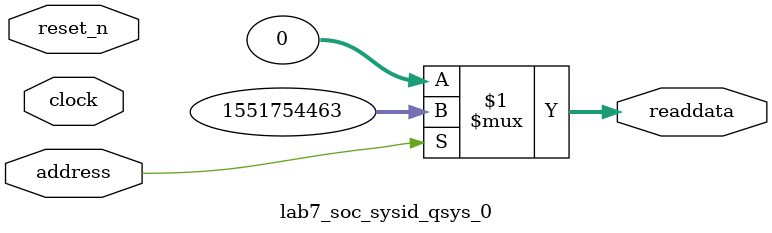
<source format=v>



// synthesis translate_off
`timescale 1ns / 1ps
// synthesis translate_on

// turn off superfluous verilog processor warnings 
// altera message_level Level1 
// altera message_off 10034 10035 10036 10037 10230 10240 10030 

module lab7_soc_sysid_qsys_0 (
               // inputs:
                address,
                clock,
                reset_n,

               // outputs:
                readdata
             )
;

  output  [ 31: 0] readdata;
  input            address;
  input            clock;
  input            reset_n;

  wire    [ 31: 0] readdata;
  //control_slave, which is an e_avalon_slave
  assign readdata = address ? 1551754463 : 0;

endmodule



</source>
